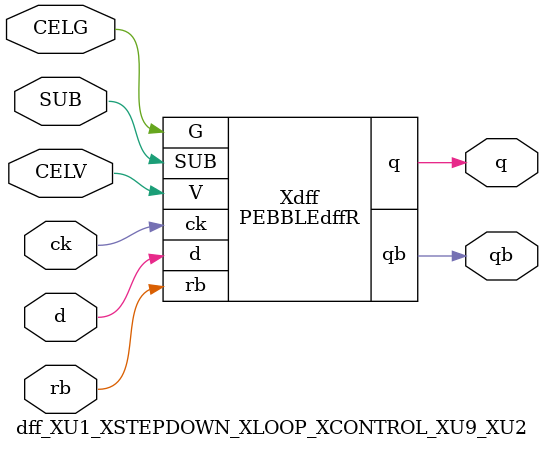
<source format=v>



module PEBBLEdffR ( q, qb, G, SUB, V, ck, d, rb );

  input V;
  output q;
  input rb;
  input d;
  input G;
  input ck;
  input SUB;
  output qb;
endmodule

//Celera Confidential Do Not Copy dff_XU1_XSTEPDOWN_XLOOP_XCONTROL_XU9_XU2
//Celera Confidential Symbol Generator
//DFF latch
module dff_XU1_XSTEPDOWN_XLOOP_XCONTROL_XU9_XU2 (CELV,CELG,d,rb,ck,q,qb,SUB );
input CELV;
input CELG;
input d;
input rb;
input ck;
input SUB;
output q;
output qb;

//Celera Confidential Do Not Copy dff
PEBBLEdffR Xdff(
.V (CELV),
.d (d),
.rb (rb),
.ck (ck),
.q (q),
.qb (qb),
.SUB (SUB),
.G (CELG)
);
//,diesize,PEBBLEdffR

//Celera Confidential Do Not Copy Module End
//Celera Schematic Generator
endmodule

</source>
